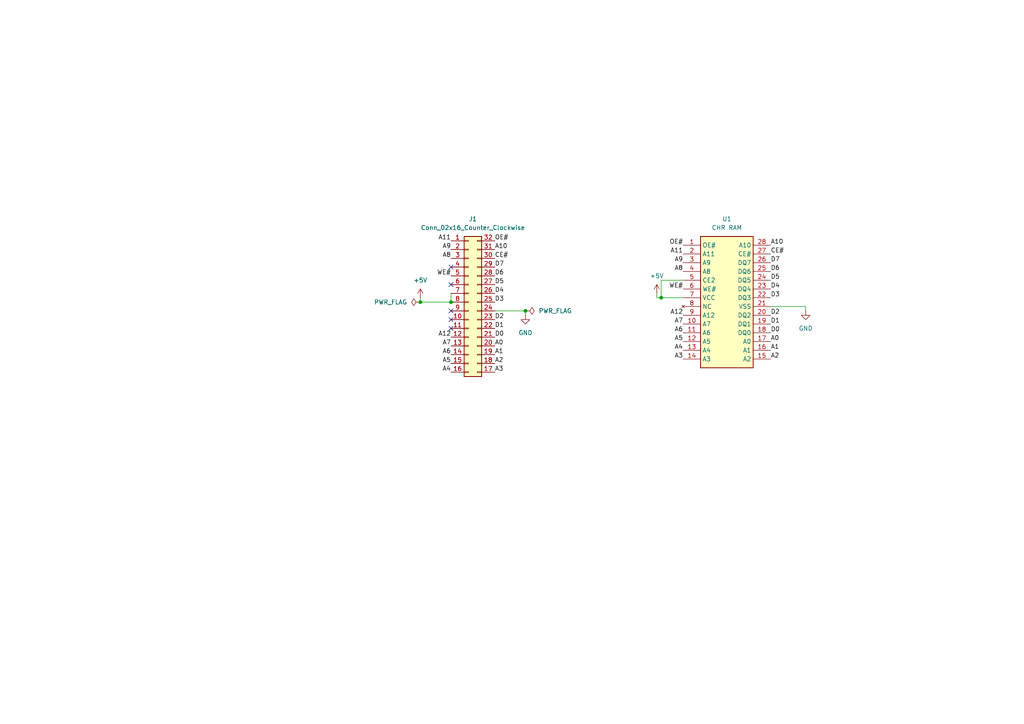
<source format=kicad_sch>
(kicad_sch (version 20250114) (generator "eeschema") (generator_version "9.0")
  (paper "A4")
  (lib_symbols
    (symbol "Connector_Generic:Conn_02x16_Counter_Clockwise" (pin_names (offset 1.016) (hide yes))
      (property "Reference" "J" (at 1.27 20.32 0))
      (property "Value" "Conn_02x16_Counter_Clockwise" (at 1.27 -22.86 0))
      (symbol "Conn_02x16_Counter_Clockwise_1_1"
        (rectangle (start -1.27 19.05) (end 3.81 -21.59) (stroke (width 0.254)) (fill (type background)))
        (rectangle (start -1.27 17.907) (end 0 17.653) (stroke (width 0.1524)))
        (rectangle (start -1.27 15.367) (end 0 15.113) (stroke (width 0.1524)))
        (rectangle (start -1.27 12.827) (end 0 12.573) (stroke (width 0.1524)))
        (rectangle (start -1.27 10.287) (end 0 10.033) (stroke (width 0.1524)))
        (rectangle (start -1.27 7.747) (end 0 7.493) (stroke (width 0.1524)))
        (rectangle (start -1.27 5.207) (end 0 4.953) (stroke (width 0.1524)))
        (rectangle (start -1.27 2.667) (end 0 2.413) (stroke (width 0.1524)))
        (rectangle (start -1.27 0.127) (end 0 -0.127) (stroke (width 0.1524)))
        (rectangle (start -1.27 -2.413) (end 0 -2.667) (stroke (width 0.1524)))
        (rectangle (start -1.27 -4.953) (end 0 -5.207) (stroke (width 0.1524)))
        (rectangle (start -1.27 -7.493) (end 0 -7.747) (stroke (width 0.1524)))
        (rectangle (start -1.27 -10.033) (end 0 -10.287) (stroke (width 0.1524)))
        (rectangle (start -1.27 -12.573) (end 0 -12.827) (stroke (width 0.1524)))
        (rectangle (start -1.27 -15.113) (end 0 -15.367) (stroke (width 0.1524)))
        (rectangle (start -1.27 -17.653) (end 0 -17.907) (stroke (width 0.1524)))
        (rectangle (start -1.27 -20.193) (end 0 -20.447) (stroke (width 0.1524)))
        (rectangle (start 3.81 17.907) (end 2.54 17.653) (stroke (width 0.1524)))
        (rectangle (start 3.81 15.367) (end 2.54 15.113) (stroke (width 0.1524)))
        (rectangle (start 3.81 12.827) (end 2.54 12.573) (stroke (width 0.1524)))
        (rectangle (start 3.81 10.287) (end 2.54 10.033) (stroke (width 0.1524)))
        (rectangle (start 3.81 7.747) (end 2.54 7.493) (stroke (width 0.1524)))
        (rectangle (start 3.81 5.207) (end 2.54 4.953) (stroke (width 0.1524)))
        (rectangle (start 3.81 2.667) (end 2.54 2.413) (stroke (width 0.1524)))
        (rectangle (start 3.81 0.127) (end 2.54 -0.127) (stroke (width 0.1524)))
        (rectangle (start 3.81 -2.413) (end 2.54 -2.667) (stroke (width 0.1524)))
        (rectangle (start 3.81 -4.953) (end 2.54 -5.207) (stroke (width 0.1524)))
        (rectangle (start 3.81 -7.493) (end 2.54 -7.747) (stroke (width 0.1524)))
        (rectangle (start 3.81 -10.033) (end 2.54 -10.287) (stroke (width 0.1524)))
        (rectangle (start 3.81 -12.573) (end 2.54 -12.827) (stroke (width 0.1524)))
        (rectangle (start 3.81 -15.113) (end 2.54 -15.367) (stroke (width 0.1524)))
        (rectangle (start 3.81 -17.653) (end 2.54 -17.907) (stroke (width 0.1524)))
        (rectangle (start 3.81 -20.193) (end 2.54 -20.447) (stroke (width 0.1524)))
        (pin passive line (at -5.08 17.78 0) (length 3.81) (name "Pin_1") (number "1"))
        (pin passive line (at -5.08 15.24 0) (length 3.81) (name "Pin_2") (number "2"))
        (pin passive line (at -5.08 12.7 0) (length 3.81) (name "Pin_3") (number "3"))
        (pin passive line (at -5.08 10.16 0) (length 3.81) (name "Pin_4") (number "4"))
        (pin passive line (at -5.08 7.62 0) (length 3.81) (name "Pin_5") (number "5"))
        (pin passive line (at -5.08 5.08 0) (length 3.81) (name "Pin_6") (number "6"))
        (pin passive line (at -5.08 2.54 0) (length 3.81) (name "Pin_7") (number "7"))
        (pin passive line (at -5.08 0 0) (length 3.81) (name "Pin_8") (number "8"))
        (pin passive line (at -5.08 -2.54 0) (length 3.81) (name "Pin_9") (number "9"))
        (pin passive line (at -5.08 -5.08 0) (length 3.81) (name "Pin_10") (number "10"))
        (pin passive line (at -5.08 -7.62 0) (length 3.81) (name "Pin_11") (number "11"))
        (pin passive line (at -5.08 -10.16 0) (length 3.81) (name "Pin_12") (number "12"))
        (pin passive line (at -5.08 -12.7 0) (length 3.81) (name "Pin_13") (number "13"))
        (pin passive line (at -5.08 -15.24 0) (length 3.81) (name "Pin_14") (number "14"))
        (pin passive line (at -5.08 -17.78 0) (length 3.81) (name "Pin_15") (number "15"))
        (pin passive line (at -5.08 -20.32 0) (length 3.81) (name "Pin_16") (number "16"))
        (pin passive line (at 7.62 17.78 180) (length 3.81) (name "Pin_32") (number "32"))
        (pin passive line (at 7.62 15.24 180) (length 3.81) (name "Pin_31") (number "31"))
        (pin passive line (at 7.62 12.7 180) (length 3.81) (name "Pin_30") (number "30"))
        (pin passive line (at 7.62 10.16 180) (length 3.81) (name "Pin_29") (number "29"))
        (pin passive line (at 7.62 7.62 180) (length 3.81) (name "Pin_28") (number "28"))
        (pin passive line (at 7.62 5.08 180) (length 3.81) (name "Pin_27") (number "27"))
        (pin passive line (at 7.62 2.54 180) (length 3.81) (name "Pin_26") (number "26"))
        (pin passive line (at 7.62 0 180) (length 3.81) (name "Pin_25") (number "25"))
        (pin passive line (at 7.62 -2.54 180) (length 3.81) (name "Pin_24") (number "24"))
        (pin passive line (at 7.62 -5.08 180) (length 3.81) (name "Pin_23") (number "23"))
        (pin passive line (at 7.62 -7.62 180) (length 3.81) (name "Pin_22") (number "22"))
        (pin passive line (at 7.62 -10.16 180) (length 3.81) (name "Pin_21") (number "21"))
        (pin passive line (at 7.62 -12.7 180) (length 3.81) (name "Pin_20") (number "20"))
        (pin passive line (at 7.62 -15.24 180) (length 3.81) (name "Pin_19") (number "19"))
        (pin passive line (at 7.62 -17.78 180) (length 3.81) (name "Pin_18") (number "18"))
        (pin passive line (at 7.62 -20.32 180) (length 3.81) (name "Pin_17") (number "17"))
      )
    )
    (symbol "TNY-SxROM Flex:AS6C6264-55STCN"
      (property "Reference" "U" (at 21.59 7.62 0))
      (property "Value" "AS6C6264-55STCN" (at 21.59 5.08 0))
      (symbol "AS6C6264-55STCN_1_1"
        (rectangle (start 5.08 2.54) (end 20.32 -35.56) (stroke (width 0.254)) (fill (type background)))
        (pin passive line (at 0 0 0) (length 5.08) (name "OE#") (number "1"))
        (pin passive line (at 0 -2.54 0) (length 5.08) (name "A11") (number "2"))
        (pin passive line (at 0 -5.08 0) (length 5.08) (name "A9") (number "3"))
        (pin passive line (at 0 -7.62 0) (length 5.08) (name "A8") (number "4"))
        (pin passive line (at 0 -10.16 0) (length 5.08) (name "CE2") (number "5"))
        (pin passive line (at 0 -12.7 0) (length 5.08) (name "WE#") (number "6"))
        (pin passive line (at 0 -15.24 0) (length 5.08) (name "VCC") (number "7"))
        (pin no_connect line (at 0 -17.78 0) (length 5.08) (name "NC") (number "8"))
        (pin passive line (at 0 -20.32 0) (length 5.08) (name "A12") (number "9"))
        (pin passive line (at 0 -22.86 0) (length 5.08) (name "A7") (number "10"))
        (pin passive line (at 0 -25.4 0) (length 5.08) (name "A6") (number "11"))
        (pin passive line (at 0 -27.94 0) (length 5.08) (name "A5") (number "12"))
        (pin passive line (at 0 -30.48 0) (length 5.08) (name "A4") (number "13"))
        (pin passive line (at 0 -33.02 0) (length 5.08) (name "A3") (number "14"))
        (pin passive line (at 25.4 0 180) (length 5.08) (name "A10") (number "28"))
        (pin passive line (at 25.4 -2.54 180) (length 5.08) (name "CE#") (number "27"))
        (pin passive line (at 25.4 -5.08 180) (length 5.08) (name "DQ7") (number "26"))
        (pin passive line (at 25.4 -7.62 180) (length 5.08) (name "DQ6") (number "25"))
        (pin passive line (at 25.4 -10.16 180) (length 5.08) (name "DQ5") (number "24"))
        (pin passive line (at 25.4 -12.7 180) (length 5.08) (name "DQ4") (number "23"))
        (pin passive line (at 25.4 -15.24 180) (length 5.08) (name "DQ3") (number "22"))
        (pin passive line (at 25.4 -17.78 180) (length 5.08) (name "VSS") (number "21"))
        (pin passive line (at 25.4 -20.32 180) (length 5.08) (name "DQ2") (number "20"))
        (pin passive line (at 25.4 -22.86 180) (length 5.08) (name "DQ1") (number "19"))
        (pin passive line (at 25.4 -25.4 180) (length 5.08) (name "DQ0") (number "18"))
        (pin passive line (at 25.4 -27.94 180) (length 5.08) (name "A0") (number "17"))
        (pin passive line (at 25.4 -30.48 180) (length 5.08) (name "A1") (number "16"))
        (pin passive line (at 25.4 -33.02 180) (length 5.08) (name "A2") (number "15"))
      )
    )
    (symbol "power:+5V" (power) (pin_numbers (hide yes)) (pin_names (offset 0) (hide yes))
      (property "Value" "+5V" (at 0 3.556 0))
      (symbol "+5V_0_1"
        (polyline (pts (xy -0.762 1.27) (xy 0 2.54)))
        (polyline (pts (xy 0 2.54) (xy 0.762 1.27)))
        (polyline (pts (xy 0 0) (xy 0 2.54)))
      )
      (symbol "+5V_1_1"
        (pin power_in line (at 0 0 90) (length 0) (name "~") (number "1"))
      )
    )
    (symbol "power:GND" (power) (pin_numbers (hide yes)) (pin_names (offset 0) (hide yes))
      (property "Value" "GND" (at 0 -3.81 0))
      (symbol "GND_0_1"
        (polyline (pts (xy 0 0) (xy 0 -1.27) (xy 1.27 -1.27) (xy 0 -2.54) (xy -1.27 -1.27) (xy 0 -1.27)))
      )
      (symbol "GND_1_1"
        (pin power_in line (at 0 0 270) (length 0) (name "~") (number "1"))
      )
    )
    (symbol "power:PWR_FLAG" (power) (pin_numbers (hide yes)) (pin_names (offset 0) (hide yes))
      (property "Value" "PWR_FLAG" (at 0 3.81 0))
      (symbol "PWR_FLAG_0_0"
        (pin power_out line (at 0 0 90) (length 0) (name "~") (number "1"))
      )
      (symbol "PWR_FLAG_0_1"
        (polyline (pts (xy 0 0) (xy 0 1.27) (xy -1.016 1.905) (xy 0 2.54) (xy 1.016 1.905) (xy 0 1.27)))
      )
    )
  )
  (junction (at 191.77 86.36))
  (junction (at 152.4 90.17))
  (junction (at 130.81 87.63))
  (junction (at 121.92 87.63))
  (no_connect (at 130.81 95.25))
  (no_connect (at 130.81 92.71))
  (no_connect (at 130.81 90.17))
  (no_connect (at 130.81 77.47))
  (no_connect (at 130.81 82.55))
  (wire (pts (xy 191.77 81.28) (xy 191.77 86.36)))
  (wire (pts (xy 233.68 88.9) (xy 223.52 88.9)))
  (wire (pts (xy 198.12 81.28) (xy 191.77 81.28)))
  (wire (pts (xy 190.5 85.09) (xy 190.5 86.36)))
  (wire (pts (xy 121.92 86.36) (xy 121.92 87.63)))
  (wire (pts (xy 191.77 86.36) (xy 198.12 86.36)))
  (wire (pts (xy 143.51 90.17) (xy 152.4 90.17)))
  (wire (pts (xy 130.81 85.09) (xy 130.81 87.63)))
  (wire (pts (xy 190.5 86.36) (xy 191.77 86.36)))
  (wire (pts (xy 233.68 90.17) (xy 233.68 88.9)))
  (wire (pts (xy 121.92 87.63) (xy 130.81 87.63)))
  (wire (pts (xy 152.4 90.17) (xy 152.4 91.44)))
  (label "A2" (at 143.51 105.41 0))
  (label "A11" (at 130.81 69.85 180))
  (label "OE#" (at 198.12 71.12 180))
  (label "CE#" (at 223.52 73.66 0))
  (label "A5" (at 130.81 105.41 180))
  (label "A12" (at 198.12 91.44 180))
  (label "D2" (at 143.51 92.71 0))
  (label "CE#" (at 143.51 74.93 0))
  (label "A8" (at 130.81 74.93 180))
  (label "D3" (at 143.51 87.63 0))
  (label "D7" (at 223.52 76.2 0))
  (label "A9" (at 130.81 72.39 180))
  (label "D7" (at 143.51 77.47 0))
  (label "A4" (at 198.12 101.6 180))
  (label "A11" (at 198.12 73.66 180))
  (label "A4" (at 130.81 107.95 180))
  (label "A8" (at 198.12 78.74 180))
  (label "D0" (at 143.51 97.79 0))
  (label "A12" (at 130.81 97.79 180))
  (label "A3" (at 143.51 107.95 0))
  (label "A10" (at 223.52 71.12 0))
  (label "WE#" (at 198.12 83.82 180))
  (label "D4" (at 143.51 85.09 0))
  (label "A7" (at 130.81 100.33 180))
  (label "WE#" (at 130.81 80.01 180))
  (label "A9" (at 198.12 76.2 180))
  (label "A5" (at 198.12 99.06 180))
  (label "A10" (at 143.51 72.39 0))
  (label "D2" (at 223.52 91.44 0))
  (label "D1" (at 223.52 93.98 0))
  (label "D6" (at 223.52 78.74 0))
  (label "A2" (at 223.52 104.14 0))
  (label "D0" (at 223.52 96.52 0))
  (label "A1" (at 143.51 102.87 0))
  (label "D4" (at 223.52 83.82 0))
  (label "A0" (at 143.51 100.33 0))
  (label "A6" (at 130.81 102.87 180))
  (label "D3" (at 223.52 86.36 0))
  (label "A1" (at 223.52 101.6 0))
  (label "D5" (at 143.51 82.55 0))
  (label "A7" (at 198.12 93.98 180))
  (label "OE#" (at 143.51 69.85 0))
  (label "A3" (at 198.12 104.14 180))
  (label "A0" (at 223.52 99.06 0))
  (label "D5" (at 223.52 81.28 0))
  (label "D1" (at 143.51 95.25 0))
  (label "A6" (at 198.12 96.52 180))
  (label "D6" (at 143.51 80.01 0))
  (symbol (lib_id "Connector_Generic:Conn_02x16_Counter_Clockwise") (at 135.89 87.63 0) (unit 1)
    (property "Reference" "J1" (at 137.16 63.5 0))
    (property "Value" "Conn_02x16_Counter_Clockwise" (at 137.16 66.04 0))
    (property "Footprint" "TNY-SxROM Flex:TSOP-32" (effects (hide yes)))
    (property "Description" "Generic connector, double row, 02x16, counter clockwise pin numbering scheme (similar to DIP package numbering), script generated (kicad-library-utils/schlib/autogen/connector/)" (effects (hide yes)))
  )
  (symbol (lib_id "power:PWR_FLAG") (at 152.4 90.17 270) (unit 1)
    (property "Reference" "#FLG02" (effects (hide yes)))
    (property "Value" "PWR_FLAG" (at 156.21 90.1699 90) (effects (justify left)))
    (property "Description" "Special symbol for telling ERC where power comes from" (effects (hide yes)))
  )
  (symbol (lib_id "power:GND") (at 152.4 91.44 0) (unit 1)
    (property "Reference" "#PWR02" (effects (hide yes)))
    (property "Value" "GND" (at 152.4 96.52 0))
    (property "Description" "Power symbol creates a global label with name \"GND\" , ground" (effects (hide yes)))
  )
  (symbol (lib_id "power:+5V") (at 121.92 86.36 0) (unit 1)
    (property "Reference" "#PWR01" (effects (hide yes)))
    (property "Value" "+5V" (at 121.92 81.28 0))
    (property "Description" "Power symbol creates a global label with name \"+5V\"" (effects (hide yes)))
  )
  (symbol (lib_id "power:PWR_FLAG") (at 121.92 87.63 90) (unit 1)
    (property "Reference" "#FLG01" (effects (hide yes)))
    (property "Value" "PWR_FLAG" (at 118.11 87.6299 90) (effects (justify left)))
    (property "Description" "Special symbol for telling ERC where power comes from" (effects (hide yes)))
  )
  (symbol (lib_id "power:GND") (at 233.68 90.17 0) (unit 1)
    (property "Reference" "#PWR03" (effects (hide yes)))
    (property "Value" "GND" (at 233.68 95.25 0))
    (property "Description" "Power symbol creates a global label with name \"GND\" , ground" (effects (hide yes)))
  )
  (symbol (lib_id "TNY-SxROM Flex:AS6C6264-55STCN") (at 198.12 71.12 0) (unit 1)
    (property "Reference" "U1" (at 210.82 63.5 0))
    (property "Value" "CHR RAM" (at 210.82 66.04 0))
    (property "Footprint" "TNY-SxROM Flex:CHR RAM" (effects (hide yes)))
    (property "Datasheet" "https://www.alliancememory.com/wp-content/uploads/pdf/Alliance%20Memory_64K_AS6C6264v2.0July2017.pdf" (effects (hide yes)))
    (property "Description" "SRAM 64K, 2.7-5.5V, 55ns 8K x 8 Asynch SRAM" (effects (hide yes)))
    (property "Height" "1.2" (effects (hide yes)))
    (property "Mouser Part Number" "913-AS6C6264-55STCN" (effects (hide yes)))
    (property "Mouser Price/Stock" "https://www.mouser.co.uk/ProductDetail/Alliance-Memory/AS6C6264-55STCN?qs=LD2UibpCYJonFY2RVods7g%3D%3D" (effects (hide yes)))
    (property "Manufacturer_Name" "Alliance Memory" (effects (hide yes)))
    (property "Manufacturer_Part_Number" "AS6C6264-55STCN" (effects (hide yes)))
  )
  (symbol (lib_id "power:+5V") (at 190.5 85.09 0) (unit 1)
    (property "Reference" "#PWR04" (effects (hide yes)))
    (property "Value" "+5V" (at 190.5 80.01 0))
    (property "Description" "Power symbol creates a global label with name \"+5V\"" (effects (hide yes)))
  )
)
</source>
